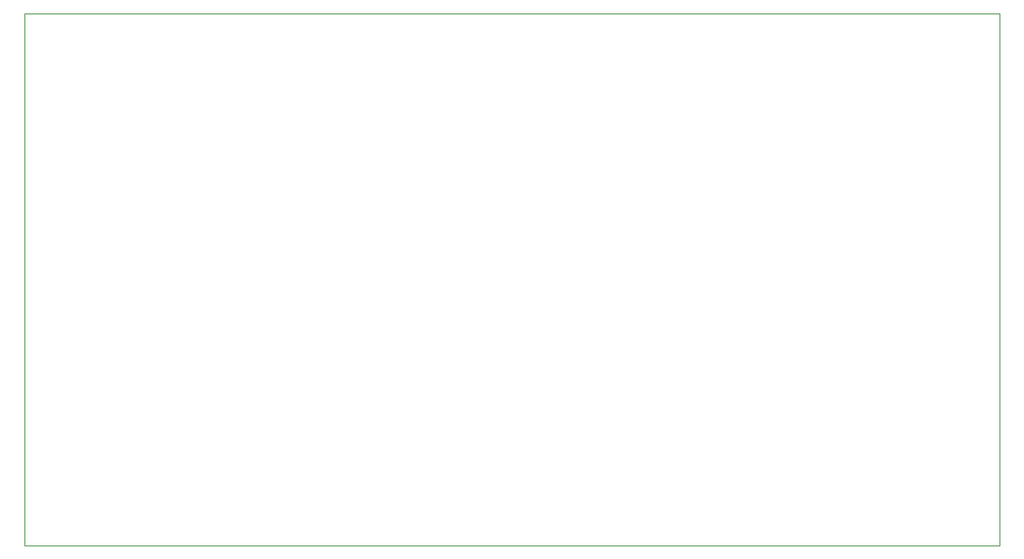
<source format=gm1>
G04 #@! TF.GenerationSoftware,KiCad,Pcbnew,(6.0.10)*
G04 #@! TF.CreationDate,2023-02-17T11:11:42-03:00*
G04 #@! TF.ProjectId,TimeInterval_FrontEnd,54696d65-496e-4746-9572-76616c5f4672,rev?*
G04 #@! TF.SameCoordinates,Original*
G04 #@! TF.FileFunction,Profile,NP*
%FSLAX46Y46*%
G04 Gerber Fmt 4.6, Leading zero omitted, Abs format (unit mm)*
G04 Created by KiCad (PCBNEW (6.0.10)) date 2023-02-17 11:11:42*
%MOMM*%
%LPD*%
G01*
G04 APERTURE LIST*
G04 #@! TA.AperFunction,Profile*
%ADD10C,0.100000*%
G04 #@! TD*
G04 APERTURE END LIST*
D10*
X91262000Y-59728000D02*
X188976000Y-59728000D01*
X188976000Y-59728000D02*
X188976000Y-113119000D01*
X188976000Y-113119000D02*
X91262000Y-113119000D01*
X91262000Y-113119000D02*
X91262000Y-59728000D01*
M02*

</source>
